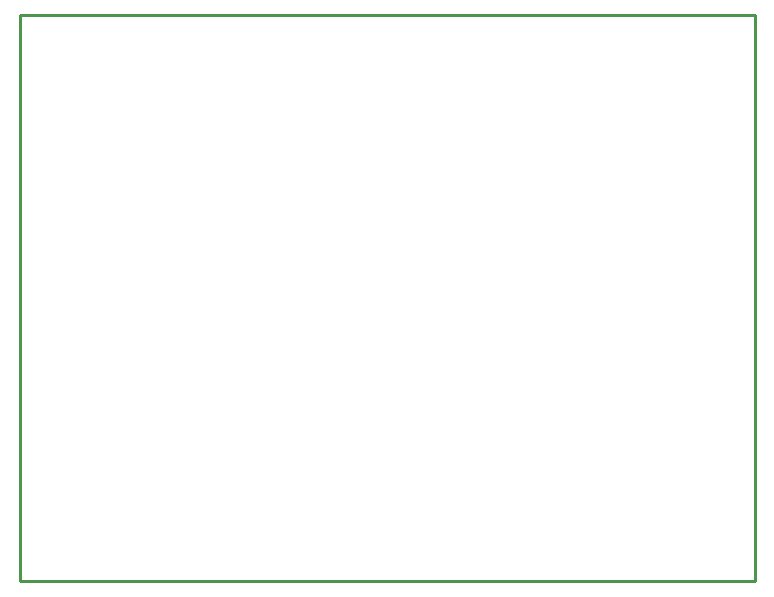
<source format=gbr>
G04 EAGLE Gerber RS-274X export*
G75*
%MOMM*%
%FSLAX34Y34*%
%LPD*%
%IN*%
%IPPOS*%
%AMOC8*
5,1,8,0,0,1.08239X$1,22.5*%
G01*
%ADD10C,0.254000*%


D10*
X0Y0D02*
X622100Y0D01*
X622100Y479300D01*
X0Y479300D01*
X0Y0D01*
M02*

</source>
